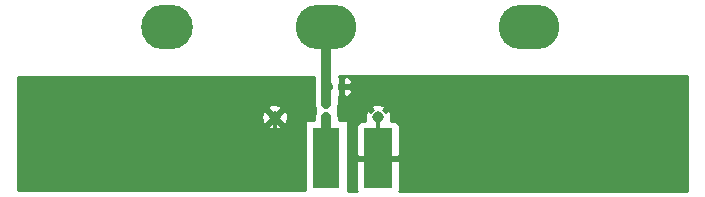
<source format=gbr>
G04 #@! TF.FileFunction,Copper,L1,Top,Signal*
%FSLAX46Y46*%
G04 Gerber Fmt 4.6, Leading zero omitted, Abs format (unit mm)*
G04 Created by KiCad (PCBNEW 4.0.5) date 05/07/17 17:09:00*
%MOMM*%
%LPD*%
G01*
G04 APERTURE LIST*
%ADD10C,0.100000*%
%ADD11C,0.750800*%
%ADD12C,1.000000*%
%ADD13R,2.290000X5.080000*%
%ADD14R,2.420000X5.080000*%
%ADD15C,0.970000*%
%ADD16R,0.460000X0.900000*%
%ADD17O,5.130000X3.780000*%
%ADD18O,4.370000X3.780000*%
%ADD19R,0.600000X0.500000*%
%ADD20R,0.500000X0.600000*%
%ADD21C,0.838000*%
%ADD22C,0.254000*%
G04 APERTURE END LIST*
D10*
D11*
X28212000Y5326000D03*
X28212000Y4056000D03*
X28212000Y500000D03*
X28212000Y1770000D03*
X28212000Y2913000D03*
X23792400Y2887600D03*
X23792400Y1744600D03*
X23792400Y474600D03*
X23792400Y4030600D03*
D12*
X23767000Y6850000D03*
X28593000Y6977000D03*
X53358000Y8755000D03*
X55644000Y8755000D03*
X51072000Y8755000D03*
X29228000Y8755000D03*
X34054000Y8755000D03*
X31641000Y8755000D03*
X41420000Y8755000D03*
X44087000Y8755000D03*
X39007000Y8755000D03*
X36467000Y8755000D03*
X48913000Y8755000D03*
X46627000Y8755000D03*
X21100000Y8755000D03*
X23513000Y8755000D03*
X10686000Y8755000D03*
X13226000Y8755000D03*
X18306000Y8755000D03*
X15639000Y8755000D03*
X5860000Y8755000D03*
X8273000Y8755000D03*
X3447000Y8755000D03*
D13*
X26100000Y2700000D03*
D14*
X21720000Y2700000D03*
X30480000Y2700000D03*
D15*
X21720000Y6140000D03*
X30480000Y6140000D03*
D16*
X21720000Y5690000D03*
X30480000Y5690000D03*
D17*
X43301100Y13796400D03*
X26101100Y13796400D03*
D18*
X12601100Y13796400D03*
D19*
X26265000Y8755000D03*
X27365000Y8755000D03*
D20*
X26103800Y7273000D03*
X26103800Y6173000D03*
D12*
X907000Y8755000D03*
D11*
X23792400Y5300600D03*
D21*
X26103800Y7273000D02*
X26103800Y8593800D01*
X26103800Y8593800D02*
X26265000Y8755000D01*
X26101100Y13796400D02*
X26101100Y8918900D01*
X26101100Y8918900D02*
X26265000Y8755000D01*
X26103800Y6173000D02*
X26103800Y2703800D01*
X26103800Y2703800D02*
X26100000Y2700000D01*
X26101100Y2701100D02*
X26100000Y2700000D01*
D22*
G36*
X56673000Y-73000D02*
X32280807Y-73000D01*
X32325000Y33691D01*
X32325000Y2414250D01*
X32166250Y2573000D01*
X30607000Y2573000D01*
X30607000Y2553000D01*
X30353000Y2553000D01*
X30353000Y2573000D01*
X28793750Y2573000D01*
X28635000Y2414250D01*
X28635000Y33691D01*
X28679193Y-73000D01*
X27927000Y-73000D01*
X27927000Y5366309D01*
X28635000Y5366309D01*
X28635000Y2985750D01*
X28793750Y2827000D01*
X30353000Y2827000D01*
X30353000Y2847000D01*
X30607000Y2847000D01*
X30607000Y2827000D01*
X32166250Y2827000D01*
X32325000Y2985750D01*
X32325000Y5366309D01*
X32228327Y5599698D01*
X32049699Y5778327D01*
X31816310Y5875000D01*
X31572129Y5875000D01*
X31613149Y5998564D01*
X31581018Y6442968D01*
X31472768Y6704308D01*
X31259200Y6739595D01*
X31133815Y6614210D01*
X31069699Y6678327D01*
X30906374Y6745979D01*
X31079595Y6919200D01*
X31044308Y7132768D01*
X30621436Y7273149D01*
X30177032Y7241018D01*
X29915692Y7132768D01*
X29880405Y6919200D01*
X30053626Y6745979D01*
X29890301Y6678327D01*
X29826185Y6614210D01*
X29700800Y6739595D01*
X29487232Y6704308D01*
X29346851Y6281436D01*
X29376237Y5875000D01*
X29143690Y5875000D01*
X28910301Y5778327D01*
X28731673Y5599698D01*
X28635000Y5366309D01*
X27927000Y5366309D01*
X27927000Y5800000D01*
X27916994Y5849410D01*
X27888553Y5891035D01*
X27846159Y5918315D01*
X27800000Y5927000D01*
X27157800Y5927000D01*
X27157800Y6173000D01*
X27127000Y6327842D01*
X27127000Y7118158D01*
X27157800Y7273000D01*
X27157800Y7948550D01*
X27238000Y8028750D01*
X27238000Y8350500D01*
X27238769Y8351651D01*
X27294136Y8630000D01*
X27492000Y8630000D01*
X27492000Y8028750D01*
X27650750Y7870000D01*
X27791309Y7870000D01*
X28024698Y7966673D01*
X28203327Y8145301D01*
X28300000Y8378690D01*
X28300000Y8471250D01*
X28141250Y8630000D01*
X27492000Y8630000D01*
X27294136Y8630000D01*
X27319001Y8755000D01*
X27238769Y9158348D01*
X27238000Y9159499D01*
X27238000Y9481250D01*
X27492000Y9481250D01*
X27492000Y8880000D01*
X28141250Y8880000D01*
X28300000Y9038750D01*
X28300000Y9131310D01*
X28203327Y9364699D01*
X28024698Y9543327D01*
X27791309Y9640000D01*
X27650750Y9640000D01*
X27492000Y9481250D01*
X27238000Y9481250D01*
X27155100Y9564150D01*
X27155100Y9673000D01*
X56673000Y9673000D01*
X56673000Y-73000D01*
X56673000Y-73000D01*
G37*
X56673000Y-73000D02*
X32280807Y-73000D01*
X32325000Y33691D01*
X32325000Y2414250D01*
X32166250Y2573000D01*
X30607000Y2573000D01*
X30607000Y2553000D01*
X30353000Y2553000D01*
X30353000Y2573000D01*
X28793750Y2573000D01*
X28635000Y2414250D01*
X28635000Y33691D01*
X28679193Y-73000D01*
X27927000Y-73000D01*
X27927000Y5366309D01*
X28635000Y5366309D01*
X28635000Y2985750D01*
X28793750Y2827000D01*
X30353000Y2827000D01*
X30353000Y2847000D01*
X30607000Y2847000D01*
X30607000Y2827000D01*
X32166250Y2827000D01*
X32325000Y2985750D01*
X32325000Y5366309D01*
X32228327Y5599698D01*
X32049699Y5778327D01*
X31816310Y5875000D01*
X31572129Y5875000D01*
X31613149Y5998564D01*
X31581018Y6442968D01*
X31472768Y6704308D01*
X31259200Y6739595D01*
X31133815Y6614210D01*
X31069699Y6678327D01*
X30906374Y6745979D01*
X31079595Y6919200D01*
X31044308Y7132768D01*
X30621436Y7273149D01*
X30177032Y7241018D01*
X29915692Y7132768D01*
X29880405Y6919200D01*
X30053626Y6745979D01*
X29890301Y6678327D01*
X29826185Y6614210D01*
X29700800Y6739595D01*
X29487232Y6704308D01*
X29346851Y6281436D01*
X29376237Y5875000D01*
X29143690Y5875000D01*
X28910301Y5778327D01*
X28731673Y5599698D01*
X28635000Y5366309D01*
X27927000Y5366309D01*
X27927000Y5800000D01*
X27916994Y5849410D01*
X27888553Y5891035D01*
X27846159Y5918315D01*
X27800000Y5927000D01*
X27157800Y5927000D01*
X27157800Y6173000D01*
X27127000Y6327842D01*
X27127000Y7118158D01*
X27157800Y7273000D01*
X27157800Y7948550D01*
X27238000Y8028750D01*
X27238000Y8350500D01*
X27238769Y8351651D01*
X27294136Y8630000D01*
X27492000Y8630000D01*
X27492000Y8028750D01*
X27650750Y7870000D01*
X27791309Y7870000D01*
X28024698Y7966673D01*
X28203327Y8145301D01*
X28300000Y8378690D01*
X28300000Y8471250D01*
X28141250Y8630000D01*
X27492000Y8630000D01*
X27294136Y8630000D01*
X27319001Y8755000D01*
X27238769Y9158348D01*
X27238000Y9159499D01*
X27238000Y9481250D01*
X27492000Y9481250D01*
X27492000Y8880000D01*
X28141250Y8880000D01*
X28300000Y9038750D01*
X28300000Y9131310D01*
X28203327Y9364699D01*
X28024698Y9543327D01*
X27791309Y9640000D01*
X27650750Y9640000D01*
X27492000Y9481250D01*
X27238000Y9481250D01*
X27155100Y9564150D01*
X27155100Y9673000D01*
X56673000Y9673000D01*
X56673000Y-73000D01*
G36*
X25047100Y8918905D02*
X25047099Y8918900D01*
X25080783Y8749563D01*
X25049799Y8593800D01*
X25049800Y8593795D01*
X25049800Y7273000D01*
X25130031Y6869652D01*
X25173000Y6805344D01*
X25173000Y6640656D01*
X25130031Y6576348D01*
X25049800Y6173000D01*
X25049800Y5927000D01*
X24400000Y5927000D01*
X24350590Y5916994D01*
X24308965Y5888553D01*
X24281685Y5846159D01*
X24273000Y5800000D01*
X24273000Y27000D01*
X27000Y27000D01*
X27000Y5360800D01*
X21120405Y5360800D01*
X21155692Y5147232D01*
X21578564Y5006851D01*
X22022968Y5038982D01*
X22284308Y5147232D01*
X22319595Y5360800D01*
X21720000Y5960395D01*
X21120405Y5360800D01*
X27000Y5360800D01*
X27000Y6281436D01*
X20586851Y6281436D01*
X20618982Y5837032D01*
X20727232Y5575692D01*
X20940800Y5540405D01*
X21540395Y6140000D01*
X21899605Y6140000D01*
X22499200Y5540405D01*
X22712768Y5575692D01*
X22853149Y5998564D01*
X22821018Y6442968D01*
X22712768Y6704308D01*
X22499200Y6739595D01*
X21899605Y6140000D01*
X21540395Y6140000D01*
X20940800Y6739595D01*
X20727232Y6704308D01*
X20586851Y6281436D01*
X27000Y6281436D01*
X27000Y6919200D01*
X21120405Y6919200D01*
X21720000Y6319605D01*
X22319595Y6919200D01*
X22284308Y7132768D01*
X21861436Y7273149D01*
X21417032Y7241018D01*
X21155692Y7132768D01*
X21120405Y6919200D01*
X27000Y6919200D01*
X27000Y9573000D01*
X25047100Y9573000D01*
X25047100Y8918905D01*
X25047100Y8918905D01*
G37*
X25047100Y8918905D02*
X25047099Y8918900D01*
X25080783Y8749563D01*
X25049799Y8593800D01*
X25049800Y8593795D01*
X25049800Y7273000D01*
X25130031Y6869652D01*
X25173000Y6805344D01*
X25173000Y6640656D01*
X25130031Y6576348D01*
X25049800Y6173000D01*
X25049800Y5927000D01*
X24400000Y5927000D01*
X24350590Y5916994D01*
X24308965Y5888553D01*
X24281685Y5846159D01*
X24273000Y5800000D01*
X24273000Y27000D01*
X27000Y27000D01*
X27000Y5360800D01*
X21120405Y5360800D01*
X21155692Y5147232D01*
X21578564Y5006851D01*
X22022968Y5038982D01*
X22284308Y5147232D01*
X22319595Y5360800D01*
X21720000Y5960395D01*
X21120405Y5360800D01*
X27000Y5360800D01*
X27000Y6281436D01*
X20586851Y6281436D01*
X20618982Y5837032D01*
X20727232Y5575692D01*
X20940800Y5540405D01*
X21540395Y6140000D01*
X21899605Y6140000D01*
X22499200Y5540405D01*
X22712768Y5575692D01*
X22853149Y5998564D01*
X22821018Y6442968D01*
X22712768Y6704308D01*
X22499200Y6739595D01*
X21899605Y6140000D01*
X21540395Y6140000D01*
X20940800Y6739595D01*
X20727232Y6704308D01*
X20586851Y6281436D01*
X27000Y6281436D01*
X27000Y6919200D01*
X21120405Y6919200D01*
X21720000Y6319605D01*
X22319595Y6919200D01*
X22284308Y7132768D01*
X21861436Y7273149D01*
X21417032Y7241018D01*
X21155692Y7132768D01*
X21120405Y6919200D01*
X27000Y6919200D01*
X27000Y9573000D01*
X25047100Y9573000D01*
X25047100Y8918905D01*
M02*

</source>
